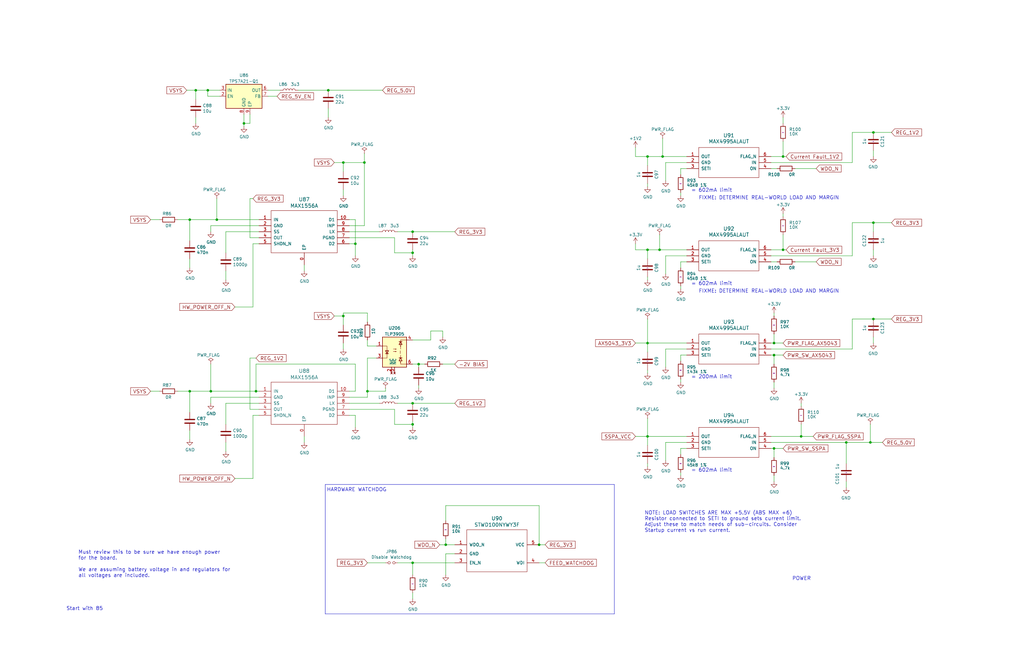
<source format=kicad_sch>
(kicad_sch (version 20230121) (generator eeschema)
  (paper "USLedger")
  (title_block (title "Radiation Tolerant PacSat Communication") (date "2023-06-17") (rev "A") (company "AMSAT-NA") (comment 1 "N5BRG"))
  (lib_symbols
    (symbol "Device:C" (pin_numbers hide) (pin_names (offset 0.254))
      (property "Reference" "C" (at 0.635 2.54 0))
      (property "Value" "C" (at 0.635 -2.54 0))
      (symbol "C_0_1"
        (polyline (pts (xy -2.032 -0.762) (xy 2.032 -0.762)) (stroke (width 0.508)))
        (polyline (pts (xy -2.032 0.762) (xy 2.032 0.762)) (stroke (width 0.508)))
      )
      (symbol "C_1_1"
        (pin passive line (at 0 3.81 270) (length 2.794) (name "~") (number "1"))
        (pin passive line (at 0 -3.81 90) (length 2.794) (name "~") (number "2"))
      )
    )
    (symbol "Device:L" (pin_numbers hide) (pin_names (offset 1.016) hide)
      (property "Reference" "L" (at -1.27 0 90))
      (property "Value" "L" (at 1.905 0 90))
      (symbol "L_0_1"
        (arc (start 0 -2.54) (mid 0.6323 -1.905) (end 0 -1.27))
        (arc (start 0 -1.27) (mid 0.6323 -0.635) (end 0 0))
        (arc (start 0 0) (mid 0.6323 0.635) (end 0 1.27))
        (arc (start 0 1.27) (mid 0.6323 1.905) (end 0 2.54))
      )
      (symbol "L_1_1"
        (pin passive line (at 0 3.81 270) (length 1.27) (name "1") (number "1"))
        (pin passive line (at 0 -3.81 90) (length 1.27) (name "2") (number "2"))
      )
    )
    (symbol "Device:R" (pin_numbers hide) (pin_names (offset 0))
      (property "Reference" "R" (at 2.032 0 90))
      (property "Value" "R" (at 0 0 90))
      (symbol "R_0_1"
        (rectangle (start -1.016 -2.54) (end 1.016 2.54) (stroke (width 0.254)))
      )
      (symbol "R_1_1"
        (pin passive line (at 0 3.81 270) (length 1.27) (name "~") (number "1"))
        (pin passive line (at 0 -3.81 90) (length 1.27) (name "~") (number "2"))
      )
    )
    (symbol "PACSAT_DEV_misc:Jumper_NO_Small" (pin_numbers hide) (pin_names (offset 0.762) hide)
      (property "Reference" "JP86" (at 0 4.699 0))
      (property "Value" "Disable Watchdog" (at 0 2.3876 0))
      (symbol "Jumper_NO_Small_0_1"
        (circle (center -1.016 0) (radius 0.508))
        (circle (center 1.016 0) (radius 0.508))
        (pin passive line (at -2.54 0 0) (length 1.016) (name "1") (number "1"))
        (pin passive line (at 2.54 0 180) (length 1.016) (name "2") (number "2"))
      )
    )
    (symbol "PACSAT_ICs:MAX1556A" (pin_names (offset 1.016))
      (property "Reference" "U87" (at 0 13.6398 0))
      (property "Value" "MAX1556A" (at 0 10.9474 0))
      (symbol "MAX1556A_0_1"
        (rectangle (start -13.97 8.89) (end 13.97 -8.89))
      )
      (symbol "MAX1556A_1_1"
        (pin power_in line (at 0 -13.97 90) (length 5.08) (name "EP") (number "0"))
        (pin power_in line (at -19.05 5.08 0) (length 5.08) (name "IN") (number "1"))
        (pin input line (at 19.05 5.08 180) (length 5.08) (name "D1") (number "10"))
        (pin power_in line (at -19.05 2.54 0) (length 5.08) (name "GND") (number "2"))
        (pin passive line (at -19.05 0 0) (length 5.08) (name "SS") (number "3"))
        (pin power_out line (at -19.05 -2.54 0) (length 5.08) (name "OUT") (number "4"))
        (pin input line (at -19.05 -5.08 0) (length 5.08) (name "SHDN_N") (number "5"))
        (pin input line (at 19.05 -5.08 180) (length 5.08) (name "D2") (number "6"))
        (pin power_in line (at 19.05 -2.54 180) (length 5.08) (name "PGND") (number "7"))
        (pin passive line (at 19.05 0 180) (length 5.08) (name "LX") (number "8"))
        (pin power_in line (at 19.05 2.54 180) (length 5.08) (name "INP") (number "9"))
      )
    )
    (symbol "PACSAT_ICs:MAX4995_1" (pin_names (offset 1.016))
      (property "Reference" "U?" (at -11.43 10.16 0))
      (property "Value" "MAX4495_1" (at -6.35 7.62 0))
      (symbol "MAX4995_1_0_1"
        (rectangle (start -12.7 6.35) (end 12.7 -6.35))
      )
      (symbol "MAX4995_1_1_1"
        (pin power_in line (at -17.78 2.54 0) (length 5.08) (name "OUT") (number "1"))
        (pin power_in line (at -17.78 0 0) (length 5.08) (name "GND") (number "2"))
        (pin passive line (at -17.78 -2.54 0) (length 5.08) (name "SETI") (number "3"))
        (pin input line (at 17.78 -2.54 180) (length 5.08) (name "ON") (number "4"))
        (pin power_in line (at 17.78 0 180) (length 5.08) (name "IN") (number "5"))
        (pin open_collector line (at 17.78 2.54 180) (length 5.08) (name "FLAG_N") (number "6"))
      )
    )
    (symbol "PACSAT_ICs:STWD100NYWY3F" (pin_names (offset 1.016))
      (property "Reference" "U90" (at 0 14.9098 0))
      (property "Value" "STWD100NYWY3F" (at 0 12.2174 0))
      (symbol "STWD100NYWY3F_0_1"
        (rectangle (start -12.7 10.16) (end 12.7 -7.62))
      )
      (symbol "STWD100NYWY3F_1_1"
        (pin open_collector line (at -17.78 3.81 0) (length 5.08) (name "WDO_N") (number "1"))
        (pin power_in line (at -17.78 0 0) (length 5.08) (name "GND") (number "2"))
        (pin input line (at -17.78 -3.81 0) (length 5.08) (name "EN_N") (number "3"))
        (pin input line (at 17.78 -3.81 180) (length 5.08) (name "WDI") (number "4"))
        (pin power_in line (at 17.78 3.81 180) (length 5.08) (name "VCC") (number "5"))
      )
    )
    (symbol "PACSAT_ICs:TLP3905" (pin_names (offset 1.016))
      (property "Reference" "U89" (at 0 10.16 0))
      (property "Value" "TLP3905" (at 0 7.62 0))
      (symbol "TLP3905_0_1"
        (rectangle (start -5.08 6.35) (end 5.08 -6.35) (stroke (width 0.254)) (fill (type background)))
        (polyline (pts (xy -3.81 -0.635) (xy -2.54 -0.635)) (stroke (width 0.254)))
        (polyline (pts (xy 1.905 4.445) (xy 3.175 4.445)) (stroke (width 0.254)))
        (polyline (pts (xy 1.9107 -2.4169) (xy 3.1807 -2.4169)) (stroke (width 0.254)))
        (polyline (pts (xy 2.4392 -0.6688) (xy 2.4392 0.6012)))
        (polyline (pts (xy 2.54 -2.54) (xy 2.54 -1.27)))
        (polyline (pts (xy 2.54 1.27) (xy 2.54 3.81)))
        (polyline (pts (xy 2.54 5.08) (xy 2.54 3.81)))
        (polyline (pts (xy 2.54 5.08) (xy 5.08 5.08)))
        (polyline (pts (xy 2.54 -3.81) (xy 2.54 -5.08) (xy 5.08 -5.08)))
        (polyline (pts (xy -5.08 2.54) (xy -3.175 2.54) (xy -3.175 -2.54) (xy -5.08 -2.54)))
        (polyline (pts (xy -3.175 -0.635) (xy -3.81 0.635) (xy -2.54 0.635) (xy -3.175 -0.635)) (stroke (width 0.254)))
        (polyline (pts (xy 2.54 4.445) (xy 1.905 3.175) (xy 3.175 3.175) (xy 2.54 4.445)) (stroke (width 0.254)))
        (polyline (pts (xy 2.5457 -2.4169) (xy 1.9107 -3.6869) (xy 3.1807 -3.6869) (xy 2.5457 -2.4169)) (stroke (width 0.254)))
        (polyline (pts (xy -0.508 0.254) (xy 0.762 0.254) (xy 0.381 0.127) (xy 0.381 0.381) (xy 0.762 0.254)))
        (polyline (pts (xy -0.508 1.27) (xy 0.762 1.27) (xy 0.381 1.143) (xy 0.381 1.397) (xy 0.762 1.27)))
        (circle (center 2.54 2.54) (radius 0.127))
        (circle (center 2.5457 -4.3219) (radius 0.127))
      )
      (symbol "TLP3905_1_1"
        (pin passive line (at -7.62 2.54 0) (length 2.54) (name "~") (number "1"))
        (pin no_connect line (at -1.27 -8.89 90) (length 2.54) (name "NC") (number "2"))
        (pin passive line (at -7.62 -2.54 0) (length 2.54) (name "~") (number "3"))
        (pin passive line (at 7.62 5.08 180) (length 2.54) (name "~") (number "4"))
        (pin no_connect line (at 0 -8.89 90) (length 2.54) (name "NC") (number "5"))
        (pin passive line (at 7.62 -5.08 180) (length 2.54) (name "~") (number "6"))
      )
    )
    (symbol "Regulator_Linear:TPS7A7001DDA"
      (property "Reference" "U" (at -6.35 6.35 0))
      (property "Value" "TPS7A7001DDA" (at 2.54 6.35 0))
      (symbol "TPS7A7001DDA_0_1"
        (rectangle (start -7.62 5.08) (end 7.62 -5.08) (stroke (width 0.254)) (fill (type background)))
      )
      (symbol "TPS7A7001DDA_1_1"
        (pin no_connect line (at -7.62 -2.54 0) (length 2.54) hide (name "NC") (number "1"))
        (pin input line (at -10.16 0 0) (length 2.54) (name "EN") (number "2"))
        (pin power_in line (at -10.16 2.54 0) (length 2.54) (name "IN") (number "3"))
        (pin no_connect line (at 7.62 -2.54 180) (length 2.54) hide (name "NC") (number "4"))
        (pin no_connect line (at -2.54 -5.08 90) (length 2.54) hide (name "NC") (number "5"))
        (pin power_out line (at 10.16 2.54 180) (length 2.54) (name "OUT") (number "6"))
        (pin input line (at 10.16 0 180) (length 2.54) (name "FB") (number "7"))
        (pin power_in line (at 0 -7.62 90) (length 2.54) (name "GND") (number "8"))
        (pin passive line (at 2.54 -7.62 90) (length 2.54) (name "EP") (number "9"))
      )
    )
    (symbol "power:+1V2" (power) (pin_names (offset 0))
      (property "Value" "+1V2" (at 0 3.556 0))
      (symbol "+1V2_0_1"
        (polyline (pts (xy -0.762 1.27) (xy 0 2.54)))
        (polyline (pts (xy 0 0) (xy 0 2.54)))
        (polyline (pts (xy 0 2.54) (xy 0.762 1.27)))
      )
      (symbol "+1V2_1_1"
        (pin power_in line (at 0 0 90) (length 0) hide (name "+1V2") (number "1"))
      )
    )
    (symbol "power:+3.3V" (power) (pin_names (offset 0))
      (property "Value" "+3.3V" (at 0 3.556 0))
      (symbol "+3.3V_0_1"
        (polyline (pts (xy -0.762 1.27) (xy 0 2.54)))
        (polyline (pts (xy 0 0) (xy 0 2.54)))
        (polyline (pts (xy 0 2.54) (xy 0.762 1.27)))
      )
      (symbol "+3.3V_1_1"
        (pin power_in line (at 0 0 90) (length 0) hide (name "+3.3V") (number "1"))
      )
    )
    (symbol "power:GND" (power) (pin_names (offset 0))
      (property "Value" "GND" (at 0 -3.81 0))
      (symbol "GND_0_1"
        (polyline (pts (xy 0 0) (xy 0 -1.27) (xy 1.27 -1.27) (xy 0 -2.54) (xy -1.27 -1.27) (xy 0 -1.27)))
      )
      (symbol "GND_1_1"
        (pin power_in line (at 0 0 270) (length 0) hide (name "GND") (number "1"))
      )
    )
    (symbol "power:PWR_FLAG" (power) (pin_numbers hide) (pin_names (offset 0) hide)
      (property "Value" "PWR_FLAG" (at 0 3.81 0))
      (symbol "PWR_FLAG_0_0"
        (pin power_out line (at 0 0 90) (length 0) (name "pwr") (number "1"))
      )
      (symbol "PWR_FLAG_0_1"
        (polyline (pts (xy 0 0) (xy 0 1.27) (xy -1.016 1.905) (xy 0 2.54) (xy 1.016 1.905) (xy 0 1.27)))
      )
    )
  )
  (junction (at 187.96 229.87))
  (junction (at 138.43 38.1))
  (junction (at 227.33 229.87))
  (junction (at 326.39 144.78))
  (junction (at 279.4 66.04))
  (junction (at 144.78 68.58))
  (junction (at 173.99 106.68))
  (junction (at 82.55 38.1))
  (junction (at 278.13 105.41))
  (junction (at 80.01 165.1))
  (junction (at 273.05 184.15))
  (junction (at 368.3 134.62))
  (junction (at 88.9 165.1))
  (junction (at 102.87 52.07))
  (junction (at 144.78 133.35))
  (junction (at 149.86 102.87))
  (junction (at 173.99 170.18))
  (junction (at 330.2 105.41))
  (junction (at 154.94 165.1))
  (junction (at 153.67 68.58))
  (junction (at 173.99 179.07))
  (junction (at 337.82 184.15))
  (junction (at 356.87 186.69))
  (junction (at 330.2 66.04))
  (junction (at 173.99 237.49))
  (junction (at 80.01 92.71))
  (junction (at 368.3 55.88))
  (junction (at 107.95 165.1))
  (junction (at 91.44 92.71))
  (junction (at 273.05 105.41))
  (junction (at 326.39 149.86))
  (junction (at 273.05 66.04))
  (junction (at 87.63 38.1))
  (junction (at 173.99 97.79))
  (junction (at 367.03 186.69))
  (junction (at 368.3 93.98))
  (junction (at 273.05 144.78))
  (junction (at 326.39 189.23))
  (junction (at 176.53 153.67))
  (wire (pts (xy 287.02 81.28) (xy 287.02 82.55)))
  (wire (pts (xy 273.05 176.53) (xy 273.05 184.15)))
  (wire (pts (xy 147.32 172.72) (xy 166.37 172.72)))
  (wire (pts (xy 186.69 153.67) (xy 191.77 153.67)))
  (wire (pts (xy 330.2 66.04) (xy 331.47 66.04)))
  (wire (pts (xy 273.05 156.21) (xy 273.05 157.48)))
  (wire (pts (xy 181.61 143.51) (xy 181.61 139.7)))
  (polyline (pts (xy 137.16 204.47) (xy 259.08 204.47)))
  (wire (pts (xy 95.25 97.79) (xy 95.25 106.68)))
  (wire (pts (xy 186.69 139.7) (xy 186.69 142.24)))
  (wire (pts (xy 359.41 107.95) (xy 359.41 93.98)))
  (wire (pts (xy 359.41 68.58) (xy 359.41 55.88)))
  (wire (pts (xy 166.37 172.72) (xy 166.37 179.07)))
  (polyline (pts (xy 259.08 259.08) (xy 137.16 259.08)))
  (wire (pts (xy 176.53 153.67) (xy 179.07 153.67)))
  (wire (pts (xy 105.41 100.33) (xy 109.22 100.33)))
  (wire (pts (xy 359.41 134.62) (xy 359.41 147.32)))
  (wire (pts (xy 273.05 184.15) (xy 289.56 184.15)))
  (wire (pts (xy 330.2 49.53) (xy 330.2 52.07)))
  (wire (pts (xy 368.3 93.98) (xy 375.92 93.98)))
  (wire (pts (xy 176.53 153.67) (xy 176.53 154.94)))
  (wire (pts (xy 95.25 114.3) (xy 95.25 118.11)))
  (wire (pts (xy 154.94 143.51) (xy 154.94 146.05)))
  (wire (pts (xy 82.55 49.53) (xy 82.55 52.07)))
  (wire (pts (xy 144.78 132.08) (xy 144.78 133.35)))
  (wire (pts (xy 337.82 170.18) (xy 337.82 171.45)))
  (wire (pts (xy 287.02 152.4) (xy 287.02 149.86)))
  (wire (pts (xy 167.64 237.49) (xy 173.99 237.49)))
  (wire (pts (xy 147.32 165.1) (xy 149.86 165.1)))
  (wire (pts (xy 185.42 229.87) (xy 187.96 229.87)))
  (wire (pts (xy 279.4 66.04) (xy 289.56 66.04)))
  (wire (pts (xy 191.77 233.68) (xy 187.96 233.68)))
  (wire (pts (xy 335.28 71.12) (xy 344.17 71.12)))
  (wire (pts (xy 187.96 229.87) (xy 191.77 229.87)))
  (wire (pts (xy 109.22 97.79) (xy 95.25 97.79)))
  (wire (pts (xy 368.3 66.04) (xy 368.3 63.5)))
  (wire (pts (xy 227.33 229.87) (xy 229.87 229.87)))
  (wire (pts (xy 63.5 92.71) (xy 67.31 92.71)))
  (wire (pts (xy 109.22 175.26) (xy 106.68 175.26)))
  (wire (pts (xy 368.3 105.41) (xy 368.3 107.95)))
  (wire (pts (xy 273.05 109.22) (xy 273.05 105.41)))
  (wire (pts (xy 92.71 40.64) (xy 87.63 40.64)))
  (wire (pts (xy 356.87 186.69) (xy 367.03 186.69)))
  (wire (pts (xy 325.12 66.04) (xy 330.2 66.04)))
  (wire (pts (xy 337.82 184.15) (xy 342.9 184.15)))
  (wire (pts (xy 287.02 191.77) (xy 287.02 189.23)))
  (wire (pts (xy 326.39 200.66) (xy 326.39 203.2)))
  (wire (pts (xy 106.68 201.93) (xy 106.68 175.26)))
  (wire (pts (xy 105.41 48.26) (xy 105.41 52.07)))
  (wire (pts (xy 144.78 80.01) (xy 144.78 82.55)))
  (wire (pts (xy 267.97 62.23) (xy 267.97 66.04)))
  (wire (pts (xy 173.99 105.41) (xy 173.99 106.68)))
  (wire (pts (xy 368.3 55.88) (xy 375.92 55.88)))
  (wire (pts (xy 102.87 52.07) (xy 102.87 53.34)))
  (wire (pts (xy 176.53 162.56) (xy 176.53 163.83)))
  (wire (pts (xy 326.39 144.78) (xy 325.12 144.78)))
  (wire (pts (xy 273.05 148.59) (xy 273.05 144.78)))
  (wire (pts (xy 278.13 105.41) (xy 289.56 105.41)))
  (wire (pts (xy 109.22 167.64) (xy 88.9 167.64)))
  (wire (pts (xy 273.05 134.62) (xy 273.05 144.78)))
  (wire (pts (xy 82.55 38.1) (xy 87.63 38.1)))
  (wire (pts (xy 167.64 97.79) (xy 173.99 97.79)))
  (wire (pts (xy 149.86 102.87) (xy 149.86 107.95)))
  (wire (pts (xy 144.78 132.08) (xy 154.94 132.08)))
  (wire (pts (xy 287.02 199.39) (xy 287.02 200.66)))
  (wire (pts (xy 273.05 69.85) (xy 273.05 66.04)))
  (wire (pts (xy 82.55 41.91) (xy 82.55 38.1)))
  (wire (pts (xy 326.39 132.08) (xy 326.39 133.35)))
  (wire (pts (xy 187.96 213.36) (xy 227.33 213.36)))
  (wire (pts (xy 368.3 134.62) (xy 375.92 134.62)))
  (wire (pts (xy 330.2 66.04) (xy 330.2 59.69)))
  (wire (pts (xy 95.25 186.69) (xy 95.25 190.5)))
  (wire (pts (xy 325.12 184.15) (xy 337.82 184.15)))
  (wire (pts (xy 144.78 72.39) (xy 144.78 68.58)))
  (wire (pts (xy 273.05 195.58) (xy 273.05 196.85)))
  (wire (pts (xy 149.86 92.71) (xy 149.86 102.87)))
  (wire (pts (xy 80.01 165.1) (xy 88.9 165.1)))
  (wire (pts (xy 173.99 143.51) (xy 181.61 143.51)))
  (wire (pts (xy 326.39 149.86) (xy 326.39 153.67)))
  (wire (pts (xy 173.99 179.07) (xy 173.99 180.34)))
  (wire (pts (xy 106.68 102.87) (xy 109.22 102.87)))
  (wire (pts (xy 356.87 195.58) (xy 356.87 186.69)))
  (wire (pts (xy 273.05 144.78) (xy 289.56 144.78)))
  (wire (pts (xy 80.01 92.71) (xy 80.01 101.6)))
  (wire (pts (xy 287.02 160.02) (xy 287.02 161.29)))
  (wire (pts (xy 144.78 144.78) (xy 144.78 147.32)))
  (wire (pts (xy 125.73 38.1) (xy 138.43 38.1)))
  (wire (pts (xy 287.02 73.66) (xy 287.02 71.12)))
  (wire (pts (xy 173.99 170.18) (xy 191.77 170.18)))
  (wire (pts (xy 153.67 95.25) (xy 153.67 68.58)))
  (wire (pts (xy 95.25 170.18) (xy 95.25 179.07)))
  (wire (pts (xy 162.56 163.83) (xy 162.56 165.1)))
  (wire (pts (xy 162.56 237.49) (xy 154.94 237.49)))
  (wire (pts (xy 87.63 38.1) (xy 92.71 38.1)))
  (wire (pts (xy 88.9 165.1) (xy 107.95 165.1)))
  (wire (pts (xy 326.39 161.29) (xy 326.39 163.83)))
  (wire (pts (xy 147.32 102.87) (xy 149.86 102.87)))
  (wire (pts (xy 173.99 250.19) (xy 173.99 252.73)))
  (wire (pts (xy 267.97 66.04) (xy 273.05 66.04)))
  (wire (pts (xy 105.41 151.13) (xy 107.95 151.13)))
  (wire (pts (xy 173.99 153.67) (xy 176.53 153.67)))
  (wire (pts (xy 287.02 110.49) (xy 289.56 110.49)))
  (wire (pts (xy 368.3 144.78) (xy 368.3 142.24)))
  (wire (pts (xy 154.94 151.13) (xy 154.94 165.1)))
  (wire (pts (xy 102.87 48.26) (xy 102.87 52.07)))
  (wire (pts (xy 167.64 170.18) (xy 173.99 170.18)))
  (wire (pts (xy 113.03 38.1) (xy 118.11 38.1)))
  (wire (pts (xy 330.2 105.41) (xy 331.47 105.41)))
  (wire (pts (xy 107.95 153.67) (xy 107.95 165.1)))
  (wire (pts (xy 138.43 45.72) (xy 138.43 49.53)))
  (wire (pts (xy 87.63 40.64) (xy 87.63 38.1)))
  (wire (pts (xy 289.56 68.58) (xy 280.67 68.58)))
  (wire (pts (xy 273.05 105.41) (xy 278.13 105.41)))
  (wire (pts (xy 128.27 184.15) (xy 128.27 186.69)))
  (wire (pts (xy 173.99 177.8) (xy 173.99 179.07)))
  (wire (pts (xy 106.68 129.54) (xy 106.68 102.87)))
  (wire (pts (xy 267.97 184.15) (xy 273.05 184.15)))
  (wire (pts (xy 149.86 175.26) (xy 149.86 180.34)))
  (wire (pts (xy 80.01 109.22) (xy 80.01 113.03)))
  (wire (pts (xy 74.93 165.1) (xy 80.01 165.1)))
  (wire (pts (xy 287.02 71.12) (xy 289.56 71.12)))
  (wire (pts (xy 359.41 93.98) (xy 368.3 93.98)))
  (wire (pts (xy 154.94 146.05) (xy 158.75 146.05)))
  (wire (pts (xy 88.9 95.25) (xy 88.9 97.79)))
  (wire (pts (xy 368.3 93.98) (xy 368.3 97.79)))
  (wire (pts (xy 173.99 106.68) (xy 173.99 107.95)))
  (wire (pts (xy 147.32 97.79) (xy 160.02 97.79)))
  (wire (pts (xy 287.02 120.65) (xy 287.02 121.92)))
  (wire (pts (xy 273.05 66.04) (xy 279.4 66.04)))
  (wire (pts (xy 367.03 186.69) (xy 372.11 186.69)))
  (wire (pts (xy 287.02 189.23) (xy 289.56 189.23)))
  (wire (pts (xy 330.2 105.41) (xy 330.2 99.06)))
  (polyline (pts (xy 137.16 259.08) (xy 137.16 204.47)))
  (wire (pts (xy 359.41 147.32) (xy 325.12 147.32)))
  (wire (pts (xy 173.99 237.49) (xy 173.99 242.57)))
  (wire (pts (xy 105.41 83.82) (xy 106.68 83.82)))
  (wire (pts (xy 273.05 187.96) (xy 273.05 184.15)))
  (wire (pts (xy 109.22 170.18) (xy 95.25 170.18)))
  (wire (pts (xy 166.37 106.68) (xy 173.99 106.68)))
  (wire (pts (xy 80.01 92.71) (xy 91.44 92.71)))
  (wire (pts (xy 227.33 237.49) (xy 229.87 237.49)))
  (wire (pts (xy 326.39 149.86) (xy 330.2 149.86)))
  (wire (pts (xy 325.12 149.86) (xy 326.39 149.86)))
  (wire (pts (xy 91.44 92.71) (xy 109.22 92.71)))
  (wire (pts (xy 325.12 71.12) (xy 327.66 71.12)))
  (wire (pts (xy 105.41 83.82) (xy 105.41 100.33)))
  (wire (pts (xy 147.32 95.25) (xy 153.67 95.25)))
  (wire (pts (xy 335.28 110.49) (xy 344.17 110.49)))
  (wire (pts (xy 267.97 144.78) (xy 273.05 144.78)))
  (wire (pts (xy 147.32 170.18) (xy 160.02 170.18)))
  (wire (pts (xy 267.97 105.41) (xy 273.05 105.41)))
  (wire (pts (xy 367.03 179.07) (xy 367.03 186.69)))
  (wire (pts (xy 88.9 153.67) (xy 88.9 165.1)))
  (wire (pts (xy 325.12 105.41) (xy 330.2 105.41)))
  (wire (pts (xy 166.37 100.33) (xy 166.37 106.68)))
  (wire (pts (xy 273.05 77.47) (xy 273.05 78.74)))
  (wire (pts (xy 88.9 167.64) (xy 88.9 170.18)))
  (wire (pts (xy 330.2 90.17) (xy 330.2 91.44)))
  (wire (pts (xy 109.22 95.25) (xy 88.9 95.25)))
  (wire (pts (xy 280.67 147.32) (xy 280.67 154.94)))
  (wire (pts (xy 289.56 107.95) (xy 280.67 107.95)))
  (wire (pts (xy 267.97 102.87) (xy 267.97 105.41)))
  (wire (pts (xy 138.43 38.1) (xy 161.29 38.1)))
  (wire (pts (xy 144.78 68.58) (xy 140.97 68.58)))
  (wire (pts (xy 154.94 165.1) (xy 154.94 167.64)))
  (wire (pts (xy 359.41 134.62) (xy 368.3 134.62)))
  (wire (pts (xy 105.41 172.72) (xy 105.41 151.13)))
  (wire (pts (xy 325.12 189.23) (xy 326.39 189.23)))
  (wire (pts (xy 325.12 110.49) (xy 327.66 110.49)))
  (wire (pts (xy 173.99 97.79) (xy 191.77 97.79)))
  (polyline (pts (xy 259.08 204.47) (xy 259.08 259.08)))
  (wire (pts (xy 326.39 193.04) (xy 326.39 189.23)))
  (wire (pts (xy 289.56 186.69) (xy 280.67 186.69)))
  (wire (pts (xy 273.05 116.84) (xy 273.05 118.11)))
  (wire (pts (xy 287.02 149.86) (xy 289.56 149.86)))
  (wire (pts (xy 99.06 129.54) (xy 106.68 129.54)))
  (wire (pts (xy 187.96 227.33) (xy 187.96 229.87)))
  (wire (pts (xy 326.39 140.97) (xy 326.39 144.78)))
  (wire (pts (xy 173.99 237.49) (xy 191.77 237.49)))
  (wire (pts (xy 147.32 92.71) (xy 149.86 92.71)))
  (wire (pts (xy 113.03 40.64) (xy 116.84 40.64)))
  (wire (pts (xy 153.67 68.58) (xy 144.78 68.58)))
  (wire (pts (xy 109.22 172.72) (xy 105.41 172.72)))
  (wire (pts (xy 181.61 139.7) (xy 186.69 139.7)))
  (wire (pts (xy 325.12 186.69) (xy 356.87 186.69)))
  (wire (pts (xy 359.41 55.88) (xy 368.3 55.88)))
  (wire (pts (xy 166.37 179.07) (xy 173.99 179.07)))
  (wire (pts (xy 289.56 147.32) (xy 280.67 147.32)))
  (wire (pts (xy 187.96 219.71) (xy 187.96 213.36)))
  (wire (pts (xy 356.87 205.74) (xy 356.87 203.2)))
  (wire (pts (xy 325.12 107.95) (xy 359.41 107.95)))
  (wire (pts (xy 144.78 133.35) (xy 140.97 133.35)))
  (wire (pts (xy 147.32 167.64) (xy 154.94 167.64)))
  (wire (pts (xy 102.87 52.07) (xy 105.41 52.07)))
  (wire (pts (xy 330.2 144.78) (xy 326.39 144.78)))
  (wire (pts (xy 287.02 113.03) (xy 287.02 110.49)))
  (wire (pts (xy 154.94 132.08) (xy 154.94 135.89)))
  (wire (pts (xy 326.39 189.23) (xy 330.2 189.23)))
  (wire (pts (xy 337.82 179.07) (xy 337.82 184.15)))
  (wire (pts (xy 80.01 165.1) (xy 80.01 173.99)))
  (wire (pts (xy 153.67 64.77) (xy 153.67 68.58)))
  (wire (pts (xy 147.32 175.26) (xy 149.86 175.26)))
  (wire (pts (xy 149.86 153.67) (xy 107.95 153.67)))
  (wire (pts (xy 128.27 111.76) (xy 128.27 114.3)))
  (wire (pts (xy 278.13 99.06) (xy 278.13 105.41)))
  (wire (pts (xy 144.78 137.16) (xy 144.78 133.35)))
  (wire (pts (xy 280.67 186.69) (xy 280.67 194.31)))
  (wire (pts (xy 280.67 68.58) (xy 280.67 76.2)))
  (wire (pts (xy 74.93 92.71) (xy 80.01 92.71)))
  (wire (pts (xy 158.75 151.13) (xy 154.94 151.13)))
  (wire (pts (xy 149.86 165.1) (xy 149.86 153.67)))
  (wire (pts (xy 91.44 83.82) (xy 91.44 92.71)))
  (wire (pts (xy 187.96 233.68) (xy 187.96 242.57)))
  (wire (pts (xy 279.4 58.42) (xy 279.4 66.04)))
  (wire (pts (xy 325.12 68.58) (xy 359.41 68.58)))
  (wire (pts (xy 147.32 100.33) (xy 166.37 100.33)))
  (wire (pts (xy 82.55 38.1) (xy 78.74 38.1)))
  (wire (pts (xy 63.5 165.1) (xy 67.31 165.1)))
  (wire (pts (xy 107.95 165.1) (xy 109.22 165.1)))
  (wire (pts (xy 227.33 213.36) (xy 227.33 229.87)))
  (wire (pts (xy 80.01 181.61) (xy 80.01 185.42)))
  (wire (pts (xy 154.94 165.1) (xy 162.56 165.1)))
  (wire (pts (xy 99.06 201.93) (xy 106.68 201.93)))
  (wire (pts (xy 280.67 107.95) (xy 280.67 115.57)))
  (text "= 200mA limit" (at 291.465 160.02 0) (effects (font (size 1.524 1.524)) (justify left bottom)))
  (text "Must review this to be sure we have enough power\nfor the board.\n\nWe are assuming battery voltage in and regulators for\nall voltages are included." (at 33.02 243.84 0) (effects (font (size 1.524 1.524)) (justify left bottom)))
  (text "FIXME: DETERMINE REAL-WORLD LOAD AND MARGIN" (at 294.64 84.455 0) (effects (font (size 1.524 1.524)) (justify left bottom)))
  (text "Start with 85" (at 27.94 257.81 0) (effects (font (size 1.524 1.524)) (justify left bottom)))
  (text "NOTE: LOAD SWITCHES ARE MAX +5.5V (ABS MAX +6)\nResistor connected to SETI to ground sets current limit.\nAdjust these to match needs of sub-circuits. Consider\nStartup current vs run current.\n" (at 271.78 224.79 0) (effects (font (size 1.524 1.524)) (justify left bottom)))
  (text "HARDWARE WATCHDOG" (at 137.795 207.645 0) (effects (font (size 1.524 1.524)) (justify left bottom)))
  (text "FIXME: DETERMINE REAL-WORLD LOAD AND MARGIN" (at 294.64 123.825 0) (effects (font (size 1.524 1.524)) (justify left bottom)))
  (text "= 602mA limit" (at 291.465 120.65 0) (effects (font (size 1.524 1.524)) (justify left bottom)))
  (text "= 602mA limit" (at 291.465 81.28 0) (effects (font (size 1.524 1.524)) (justify left bottom)))
  (text "POWER" (at 334.01 245.11 0) (effects (font (size 1.524 1.524)) (justify left bottom)))
  (text "= 602mA limit" (at 291.465 199.39 0) (effects (font (size 1.524 1.524)) (justify left bottom)))
  (global_label "HW_POWER_OFF_N" (shape input) (at 99.06 201.93 180) (effects (font (size 1.524 1.524))) (property "Intersheetrefs" "${INTERSHEET_REFS}" (effects hide)))
  (global_label "HW_POWER_OFF_N" (shape input) (at 99.06 129.54 180) (effects (font (size 1.524 1.524))) (property "Intersheetrefs" "${INTERSHEET_REFS}" (effects hide)))
  (global_label "PWR_FLAG_AX5043" (shape input) (at 330.2 144.78 0) (effects (font (size 1.524 1.524))) (property "Intersheetrefs" "${INTERSHEET_REFS}" (effects hide)))
  (global_label "-2V BIAS" (shape input) (at 191.77 153.67 0) (effects (font (size 1.524 1.524))) (property "Intersheetrefs" "${INTERSHEET_REFS}" (effects hide)))
  (global_label "VSYS" (shape input) (at 140.97 68.58 180) (effects (font (size 1.524 1.524))) (property "Intersheetrefs" "${INTERSHEET_REFS}" (effects hide)))
  (global_label "WDO_N" (shape input) (at 344.17 110.49 0) (effects (font (size 1.524 1.524))) (property "Intersheetrefs" "${INTERSHEET_REFS}" (effects hide)))
  (global_label "WDO_N" (shape input) (at 185.42 229.87 180) (effects (font (size 1.524 1.524))) (property "Intersheetrefs" "${INTERSHEET_REFS}" (effects hide)))
  (global_label "VSYS" (shape input) (at 63.5 165.1 180) (effects (font (size 1.524 1.524))) (property "Intersheetrefs" "${INTERSHEET_REFS}" (effects hide)))
  (global_label "REG_3V3" (shape input) (at 154.94 237.49 180) (effects (font (size 1.524 1.524))) (property "Intersheetrefs" "${INTERSHEET_REFS}" (effects hide)))
  (global_label "PWR_SW_SSPA" (shape input) (at 330.2 189.23 0) (effects (font (size 1.524 1.524))) (property "Intersheetrefs" "${INTERSHEET_REFS}" (effects hide)))
  (global_label "REG_1V2" (shape input) (at 107.95 151.13 0) (effects (font (size 1.524 1.524))) (property "Intersheetrefs" "${INTERSHEET_REFS}" (effects hide)))
  (global_label "REG_3V3" (shape input) (at 191.77 97.79 0) (effects (font (size 1.524 1.524))) (property "Intersheetrefs" "${INTERSHEET_REFS}" (effects hide)))
  (global_label "WDO_N" (shape input) (at 344.17 71.12 0) (effects (font (size 1.524 1.524))) (property "Intersheetrefs" "${INTERSHEET_REFS}" (effects hide)))
  (global_label "REG_1V2" (shape input) (at 191.77 170.18 0) (effects (font (size 1.524 1.524))) (property "Intersheetrefs" "${INTERSHEET_REFS}" (effects hide)))
  (global_label "VSYS" (shape input) (at 63.5 92.71 180) (effects (font (size 1.524 1.524))) (property "Intersheetrefs" "${INTERSHEET_REFS}" (effects hide)))
  (global_label "Current Fault_1V2" (shape input) (at 331.47 66.04 0) (effects (font (size 1.524 1.524))) (property "Intersheetrefs" "${INTERSHEET_REFS}" (effects hide)))
  (global_label "SSPA_VCC" (shape input) (at 267.97 184.15 180) (effects (font (size 1.524 1.524))) (property "Intersheetrefs" "${INTERSHEET_REFS}" (effects hide)))
  (global_label "REG_3V3" (shape input) (at 229.87 229.87 0) (effects (font (size 1.524 1.524))) (property "Intersheetrefs" "${INTERSHEET_REFS}" (effects hide)))
  (global_label "PWR_FLAG_SSPA" (shape input) (at 342.9 184.15 0) (effects (font (size 1.524 1.524))) (property "Intersheetrefs" "${INTERSHEET_REFS}" (effects hide)))
  (global_label "AX5043_3V3" (shape input) (at 267.97 144.78 180) (effects (font (size 1.524 1.524))) (property "Intersheetrefs" "${INTERSHEET_REFS}" (effects hide)))
  (global_label "REG_5V_EN" (shape input) (at 116.84 40.64 0) (effects (font (size 1.524 1.524))) (property "Intersheetrefs" "${INTERSHEET_REFS}" (effects hide)))
  (global_label "REG_3V3" (shape input) (at 106.68 83.82 0) (effects (font (size 1.524 1.524))) (property "Intersheetrefs" "${INTERSHEET_REFS}" (effects hide)))
  (global_label "VSYS" (shape input) (at 78.74 38.1 180) (effects (font (size 1.524 1.524))) (property "Intersheetrefs" "${INTERSHEET_REFS}" (effects hide)))
  (global_label "Current Fault_3V3" (shape input) (at 331.47 105.41 0) (effects (font (size 1.524 1.524))) (property "Intersheetrefs" "${INTERSHEET_REFS}" (effects hide)))
  (global_label "REG_1V2" (shape input) (at 375.92 55.88 0) (effects (font (size 1.524 1.524))) (property "Intersheetrefs" "${INTERSHEET_REFS}" (effects hide)))
  (global_label "PWR_SW_AX5043" (shape input) (at 330.2 149.86 0) (effects (font (size 1.524 1.524))) (property "Intersheetrefs" "${INTERSHEET_REFS}" (effects hide)))
  (global_label "REG_3V3" (shape input) (at 375.92 134.62 0) (effects (font (size 1.524 1.524))) (property "Intersheetrefs" "${INTERSHEET_REFS}" (effects hide)))
  (global_label "FEED_WATCHDOG" (shape input) (at 229.87 237.49 0) (effects (font (size 1.524 1.524))) (property "Intersheetrefs" "${INTERSHEET_REFS}" (effects hide)))
  (global_label "VSYS" (shape input) (at 140.97 133.35 180) (effects (font (size 1.524 1.524))) (property "Intersheetrefs" "${INTERSHEET_REFS}" (effects hide)))
  (global_label "REG_3V3" (shape input) (at 375.92 93.98 0) (effects (font (size 1.524 1.524))) (property "Intersheetrefs" "${INTERSHEET_REFS}" (effects hide)))
  (global_label "REG_5.0V" (shape input) (at 372.11 186.69 0) (effects (font (size 1.524 1.524))) (property "Intersheetrefs" "${INTERSHEET_REFS}" (effects hide)))
  (global_label "REG_5.0V" (shape input) (at 161.29 38.1 0) (effects (font (size 1.524 1.524))) (property "Intersheetrefs" "${INTERSHEET_REFS}" (effects hide)))
  (symbol (lib_id "Device:L") (at 163.83 97.79 90) (unit 1)
    (property "Reference" "L87" (at 161.29 95.25 90))
    (property "Value" "3u3" (at 166.37 95.25 90))
    (property "Footprint" "Inductor_SMD:L_1210_3225Metric_Pad1.42x2.65mm_HandSolder" (effects hide))
  )
  (symbol (lib_id "Device:C") (at 173.99 101.6 0) (unit 1)
    (property "Reference" "C94" (at 176.911 100.4316 0) (effects (justify left)))
    (property "Value" "22u" (at 176.911 102.743 0) (effects (justify left)))
    (property "Footprint" "Capacitor_SMD:C_2220_5650Metric_Pad1.97x5.40mm_HandSolder" (effects hide))
  )
  (symbol (lib_id "Device:C") (at 80.01 105.41 0) (unit 1)
    (property "Reference" "C86" (at 82.931 104.2416 0) (effects (justify left)))
    (property "Value" "470n" (at 82.931 106.553 0) (effects (justify left)))
    (property "Footprint" "Capacitor_SMD:C_0603_1608Metric_Pad1.08x0.95mm_HandSolder" (effects hide))
  )
  (symbol (lib_id "power:GND") (at 80.01 113.03 0) (unit 1)
    (property "Reference" "#PWR088" (effects hide))
    (property "Value" "GND" (at 80.137 117.4242 0))
  )
  (symbol (lib_id "Device:C") (at 144.78 76.2 0) (unit 1)
    (property "Reference" "C92" (at 147.701 75.0316 0) (effects (justify left)))
    (property "Value" "10u" (at 147.701 77.343 0) (effects (justify left)))
    (property "Footprint" "Capacitor_SMD:C_0603_1608Metric_Pad1.08x0.95mm_HandSolder" (effects hide))
  )
  (symbol (lib_id "power:GND") (at 144.78 82.55 0) (unit 1)
    (property "Reference" "#PWR0111" (effects hide))
    (property "Value" "GND" (at 144.907 86.9442 0))
  )
  (symbol (lib_id "power:GND") (at 173.99 107.95 0) (unit 1)
    (property "Reference" "#PWR0115" (effects hide))
    (property "Value" "GND" (at 174.117 112.3442 0))
  )
  (symbol (lib_id "power:GND") (at 280.67 154.94 0) (unit 1)
    (property "Reference" "#PWR0135" (effects hide))
    (property "Value" "GND" (at 280.797 159.3342 0))
  )
  (symbol (lib_id "Device:C") (at 368.3 138.43 0) (mirror y) (unit 1)
    (property "Reference" "C123" (at 372.11 138.43 90))
    (property "Value" "1u" (at 364.49 138.43 90))
    (property "Footprint" "Capacitor_SMD:C_0805_2012Metric_Pad1.18x1.45mm_HandSolder" (effects hide))
    (property "Datasheet" "~" (at 368.3 138.43 0))
  )
  (symbol (lib_id "power:GND") (at 368.3 144.78 0) (mirror y) (unit 1)
    (property "Reference" "#PWR0190" (effects hide))
    (property "Value" "GND" (at 368.173 149.1742 0))
  )
  (symbol (lib_id "power:GND") (at 356.87 205.74 0) (mirror y) (unit 1)
    (property "Reference" "#PWR0187" (effects hide))
    (property "Value" "GND" (at 356.743 210.1342 0))
  )
  (symbol (lib_id "Device:C") (at 356.87 199.39 0) (mirror y) (unit 1)
    (property "Reference" "C101" (at 353.06 201.93 90))
    (property "Value" "1u" (at 353.06 196.85 90))
    (property "Footprint" "Capacitor_SMD:C_0805_2012Metric_Pad1.18x1.45mm_HandSolder" (effects hide))
    (property "Datasheet" "~" (at 356.87 199.39 0))
  )
  (symbol (lib_id "PACSAT_ICs:MAX1556A") (at 128.27 97.79 0) (unit 1)
    (property "Reference" "U87" (at 128.27 84.1502 0) (effects (font (size 1.524 1.524))))
    (property "Value" "MAX1556A" (at 128.27 86.8426 0) (effects (font (size 1.524 1.524))))
    (property "Footprint" "PacSatDev_maxim:TDFN_T1033_1" (effects hide))
  )
  (symbol (lib_id "Device:R") (at 71.12 92.71 90) (unit 1)
    (property "Reference" "R86" (at 72.39 90.17 90) (effects (justify left)))
    (property "Value" "0R" (at 72.39 95.25 90) (effects (justify left)))
    (property "Footprint" "Resistor_SMD:R_0603_1608Metric_Pad0.98x0.95mm_HandSolder" (effects hide))
  )
  (symbol (lib_id "Device:C") (at 95.25 110.49 0) (unit 1)
    (property "Reference" "C89" (at 98.171 109.3216 0) (effects (justify left)))
    (property "Value" "1000p" (at 98.171 111.633 0) (effects (justify left)))
    (property "Footprint" "Capacitor_SMD:C_0603_1608Metric_Pad1.08x0.95mm_HandSolder" (effects hide))
  )
  (symbol (lib_id "power:GND") (at 95.25 118.11 0) (unit 1)
    (property "Reference" "#PWR098" (effects hide))
    (property "Value" "GND" (at 95.377 122.5042 0))
  )
  (symbol (lib_id "power:GND") (at 88.9 97.79 0) (unit 1)
    (property "Reference" "#PWR096" (effects hide))
    (property "Value" "GND" (at 89.027 102.1842 0))
  )
  (symbol (lib_id "power:GND") (at 128.27 114.3 0) (unit 1)
    (property "Reference" "#PWR0108" (effects hide))
    (property "Value" "GND" (at 128.397 118.6942 0))
  )
  (symbol (lib_id "power:GND") (at 149.86 107.95 0) (unit 1)
    (property "Reference" "#PWR0113" (effects hide))
    (property "Value" "GND" (at 149.987 112.3442 0))
  )
  (symbol (lib_id "Device:L") (at 163.83 170.18 90) (unit 1)
    (property "Reference" "L88" (at 161.29 167.64 90))
    (property "Value" "3u3" (at 166.37 167.64 90))
    (property "Footprint" "Inductor_SMD:L_1210_3225Metric_Pad1.42x2.65mm_HandSolder" (effects hide))
  )
  (symbol (lib_id "Device:C") (at 173.99 173.99 0) (unit 1)
    (property "Reference" "C95" (at 176.911 172.8216 0) (effects (justify left)))
    (property "Value" "22u" (at 176.911 175.133 0) (effects (justify left)))
    (property "Footprint" "Capacitor_SMD:C_2220_5650Metric_Pad1.97x5.40mm_HandSolder" (effects hide))
  )
  (symbol (lib_id "Device:C") (at 80.01 177.8 0) (unit 1)
    (property "Reference" "C87" (at 82.931 176.6316 0) (effects (justify left)))
    (property "Value" "470n" (at 82.931 178.943 0) (effects (justify left)))
    (property "Footprint" "Capacitor_SMD:C_0603_1608Metric_Pad1.08x0.95mm_HandSolder" (effects hide))
  )
  (symbol (lib_id "power:GND") (at 80.01 185.42 0) (unit 1)
    (property "Reference" "#PWR092" (effects hide))
    (property "Value" "GND" (at 80.137 189.8142 0))
  )
  (symbol (lib_id "Device:C") (at 144.78 140.97 0) (unit 1)
    (property "Reference" "C93" (at 147.701 139.8016 0) (effects (justify left)))
    (property "Value" "10u" (at 147.701 142.113 0) (effects (justify left)))
    (property "Footprint" "Capacitor_SMD:C_2220_5650Metric_Pad1.97x5.40mm_HandSolder" (effects hide))
  )
  (symbol (lib_id "power:GND") (at 144.78 147.32 0) (unit 1)
    (property "Reference" "#PWR0112" (effects hide))
    (property "Value" "GND" (at 144.907 151.7142 0))
  )
  (symbol (lib_id "power:GND") (at 173.99 180.34 0) (unit 1)
    (property "Reference" "#PWR0116" (effects hide))
    (property "Value" "GND" (at 174.117 184.7342 0))
  )
  (symbol (lib_id "PACSAT_ICs:MAX1556A") (at 128.27 170.18 0) (unit 1)
    (property "Reference" "U88" (at 128.27 156.5402 0) (effects (font (size 1.524 1.524))))
    (property "Value" "MAX1556A" (at 128.27 159.2326 0) (effects (font (size 1.524 1.524))))
    (property "Footprint" "PacSatDev_maxim:TDFN_T1033_1" (effects hide))
  )
  (symbol (lib_id "Device:R") (at 71.12 165.1 90) (unit 1)
    (property "Reference" "R87" (at 72.39 162.56 90) (effects (justify left)))
    (property "Value" "0R" (at 72.39 167.64 90) (effects (justify left)))
    (property "Footprint" "Resistor_SMD:R_0603_1608Metric_Pad0.98x0.95mm_HandSolder" (effects hide))
  )
  (symbol (lib_id "Device:C") (at 95.25 182.88 0) (unit 1)
    (property "Reference" "C90" (at 98.171 181.7116 0) (effects (justify left)))
    (property "Value" "1000p" (at 98.171 184.023 0) (effects (justify left)))
    (property "Footprint" "Capacitor_SMD:C_0603_1608Metric_Pad1.08x0.95mm_HandSolder" (effects hide))
  )
  (symbol (lib_id "power:GND") (at 95.25 190.5 0) (unit 1)
    (property "Reference" "#PWR099" (effects hide))
    (property "Value" "GND" (at 95.377 194.8942 0))
  )
  (symbol (lib_id "power:GND") (at 88.9 170.18 0) (unit 1)
    (property "Reference" "#PWR097" (effects hide))
    (property "Value" "GND" (at 89.027 174.5742 0))
  )
  (symbol (lib_id "power:GND") (at 128.27 186.69 0) (unit 1)
    (property "Reference" "#PWR0109" (effects hide))
    (property "Value" "GND" (at 128.397 191.0842 0))
  )
  (symbol (lib_id "power:GND") (at 149.86 180.34 0) (unit 1)
    (property "Reference" "#PWR0114" (effects hide))
    (property "Value" "GND" (at 149.987 184.7342 0))
  )
  (symbol (lib_id "Device:R") (at 287.02 156.21 0) (unit 1)
    (property "Reference" "R95" (at 289.56 154.94 0) (effects (justify left)))
    (property "Value" "143k 1%" (at 289.56 156.845 0) (effects (justify left)))
    (property "Footprint" "Resistor_SMD:R_0603_1608Metric_Pad0.98x0.95mm_HandSolder" (effects hide))
    (property "Datasheet" "~" (at 287.02 156.21 0))
  )
  (symbol (lib_id "power:GND") (at 287.02 161.29 0) (unit 1)
    (property "Reference" "#PWR0139" (effects hide))
    (property "Value" "GND" (at 287.147 165.6842 0))
  )
  (symbol (lib_id "power:GND") (at 280.67 194.31 0) (unit 1)
    (property "Reference" "#PWR0136" (effects hide))
    (property "Value" "GND" (at 280.797 198.7042 0))
  )
  (symbol (lib_id "Device:R") (at 287.02 195.58 0) (unit 1)
    (property "Reference" "R96" (at 289.56 194.31 0) (effects (justify left)))
    (property "Value" "45k8 1%" (at 289.56 196.215 0) (effects (justify left)))
    (property "Footprint" "Resistor_SMD:R_0603_1608Metric_Pad0.98x0.95mm_HandSolder" (effects hide))
    (property "Datasheet" "~" (at 287.02 195.58 0))
  )
  (symbol (lib_id "power:GND") (at 287.02 200.66 0) (unit 1)
    (property "Reference" "#PWR0162" (effects hide))
    (property "Value" "GND" (at 287.147 205.0542 0))
  )
  (symbol (lib_id "Device:C") (at 273.05 152.4 0) (mirror y) (unit 1)
    (property "Reference" "C99" (at 276.86 152.4 90))
    (property "Value" "1u" (at 269.24 152.4 90))
    (property "Footprint" "Capacitor_SMD:C_0805_2012Metric_Pad1.18x1.45mm_HandSolder" (effects hide))
    (property "Datasheet" "~" (at 273.05 152.4 0))
  )
  (symbol (lib_id "power:GND") (at 273.05 157.48 0) (unit 1)
    (property "Reference" "#PWR0131" (effects hide))
    (property "Value" "GND" (at 273.177 161.8742 0))
  )
  (symbol (lib_id "Device:C") (at 273.05 191.77 0) (mirror y) (unit 1)
    (property "Reference" "C100" (at 276.86 191.77 90))
    (property "Value" "1u" (at 269.24 191.77 90))
    (property "Footprint" "Capacitor_SMD:C_0805_2012Metric_Pad1.18x1.45mm_HandSolder" (effects hide))
    (property "Datasheet" "~" (at 273.05 191.77 0))
  )
  (symbol (lib_id "power:GND") (at 273.05 196.85 0) (unit 1)
    (property "Reference" "#PWR0132" (effects hide))
    (property "Value" "GND" (at 273.177 201.2442 0))
  )
  (symbol (lib_id "power:GND") (at 280.67 115.57 0) (unit 1)
    (property "Reference" "#PWR0134" (effects hide))
    (property "Value" "GND" (at 280.797 119.9642 0))
  )
  (symbol (lib_id "Device:C") (at 368.3 101.6 0) (mirror x) (unit 1)
    (property "Reference" "C122" (at 364.49 101.6 90))
    (property "Value" "1u" (at 372.11 101.6 90))
    (property "Footprint" "Capacitor_SMD:C_0805_2012Metric_Pad1.18x1.45mm_HandSolder" (effects hide))
    (property "Datasheet" "~" (at 368.3 101.6 0))
  )
  (symbol (lib_id "power:GND") (at 368.3 107.95 0) (mirror y) (unit 1)
    (property "Reference" "#PWR0189" (effects hide))
    (property "Value" "GND" (at 368.173 112.3442 0))
  )
  (symbol (lib_id "Device:C") (at 273.05 113.03 0) (mirror y) (unit 1)
    (property "Reference" "C98" (at 276.86 113.03 90))
    (property "Value" "1u" (at 269.24 113.03 90))
    (property "Footprint" "Capacitor_SMD:C_0805_2012Metric_Pad1.18x1.45mm_HandSolder" (effects hide))
    (property "Datasheet" "~" (at 273.05 113.03 0))
  )
  (symbol (lib_id "power:GND") (at 273.05 118.11 0) (unit 1)
    (property "Reference" "#PWR0130" (effects hide))
    (property "Value" "GND" (at 273.177 122.5042 0))
  )
  (symbol (lib_id "Device:R") (at 287.02 116.84 0) (unit 1)
    (property "Reference" "R94" (at 289.56 115.57 0) (effects (justify left)))
    (property "Value" "45k8 1%" (at 289.56 117.475 0) (effects (justify left)))
    (property "Footprint" "Resistor_SMD:R_0603_1608Metric_Pad0.98x0.95mm_HandSolder" (effects hide))
    (property "Datasheet" "~" (at 287.02 116.84 0))
  )
  (symbol (lib_id "power:GND") (at 287.02 121.92 0) (unit 1)
    (property "Reference" "#PWR0138" (effects hide))
    (property "Value" "GND" (at 287.147 126.3142 0))
  )
  (symbol (lib_id "power:GND") (at 280.67 76.2 0) (unit 1)
    (property "Reference" "#PWR0133" (effects hide))
    (property "Value" "GND" (at 280.797 80.5942 0))
  )
  (symbol (lib_id "Device:C") (at 368.3 59.69 0) (mirror y) (unit 1)
    (property "Reference" "C121" (at 372.11 59.69 90))
    (property "Value" "1u" (at 364.49 59.69 90))
    (property "Footprint" "Capacitor_SMD:C_0805_2012Metric_Pad1.18x1.45mm_HandSolder" (effects hide))
    (property "Datasheet" "~" (at 368.3 59.69 0))
  )
  (symbol (lib_id "power:GND") (at 368.3 66.04 0) (mirror y) (unit 1)
    (property "Reference" "#PWR0188" (effects hide))
    (property "Value" "GND" (at 368.173 70.4342 0))
  )
  (symbol (lib_id "Device:C") (at 273.05 73.66 0) (mirror y) (unit 1)
    (property "Reference" "C97" (at 276.86 73.66 90))
    (property "Value" "1u" (at 269.24 73.66 90))
    (property "Footprint" "Capacitor_SMD:C_0805_2012Metric_Pad1.18x1.45mm_HandSolder" (effects hide))
    (property "Datasheet" "~" (at 273.05 73.66 0))
  )
  (symbol (lib_id "power:GND") (at 273.05 78.74 0) (unit 1)
    (property "Reference" "#PWR0129" (effects hide))
    (property "Value" "GND" (at 273.177 83.1342 0))
  )
  (symbol (lib_id "Device:R") (at 287.02 77.47 0) (unit 1)
    (property "Reference" "R93" (at 289.56 76.2 0) (effects (justify left)))
    (property "Value" "45k8 1%" (at 289.56 78.105 0) (effects (justify left)))
    (property "Footprint" "Resistor_SMD:R_0603_1608Metric_Pad0.98x0.95mm_HandSolder" (effects hide))
    (property "Datasheet" "~" (at 287.02 77.47 0))
  )
  (symbol (lib_id "power:GND") (at 287.02 82.55 0) (unit 1)
    (property "Reference" "#PWR0137" (effects hide))
    (property "Value" "GND" (at 287.147 86.9442 0))
  )
  (symbol (lib_id "PACSAT_ICs:STWD100NYWY3F") (at 209.55 233.68 0) (unit 1)
    (property "Reference" "U90" (at 209.55 218.7702 0) (effects (font (size 1.524 1.524))))
    (property "Value" "STWD100NYWY3F" (at 209.55 221.4626 0) (effects (font (size 1.524 1.524))))
    (property "Footprint" "Package_TO_SOT_SMD:SOT-23-5" (effects hide))
  )
  (symbol (lib_id "power:GND") (at 187.96 242.57 0) (unit 1)
    (property "Reference" "#PWR0119" (effects hide))
    (property "Value" "GND" (at 188.087 246.9642 0))
  )
  (symbol (lib_id "Device:R") (at 187.96 223.52 0) (unit 1)
    (property "Reference" "R91" (at 190.5 222.25 0) (effects (justify left)))
    (property "Value" "10k" (at 190.5 224.155 0) (effects (justify left)))
    (property "Footprint" "Resistor_SMD:R_0603_1608Metric_Pad0.98x0.95mm_HandSolder" (effects hide))
    (property "Datasheet" "~" (at 187.96 223.52 0))
  )
  (symbol (lib_id "Device:R") (at 173.99 246.38 0) (unit 1)
    (property "Reference" "R90" (at 176.53 245.11 0) (effects (justify left)))
    (property "Value" "10k" (at 176.53 247.015 0) (effects (justify left)))
    (property "Footprint" "Resistor_SMD:R_0603_1608Metric_Pad0.98x0.95mm_HandSolder" (effects hide))
    (property "Datasheet" "~" (at 173.99 246.38 0))
  )
  (symbol (lib_id "power:GND") (at 173.99 252.73 0) (unit 1)
    (property "Reference" "#PWR0117" (effects hide))
    (property "Value" "GND" (at 174.117 257.1242 0))
  )
  (symbol (lib_id "PACSAT_DEV_misc:Jumper_NO_Small") (at 165.1 237.49 0) (unit 1)
    (property "Reference" "JP86" (at 165.1 232.791 0))
    (property "Value" "Disable Watchdog" (at 165.1 235.1024 0))
    (property "Footprint" "Jumper:SolderJumper-2_P1.3mm_Open_RoundedPad1.0x1.5mm" (effects hide))
  )
  (symbol (lib_id "Device:R") (at 331.47 71.12 90) (unit 1)
    (property "Reference" "R108" (at 328.93 73.66 90) (effects (justify left)))
    (property "Value" "0R" (at 335.28 73.66 90) (effects (justify left)))
    (property "Footprint" "Resistor_SMD:R_0603_1608Metric_Pad0.98x0.95mm_HandSolder" (effects hide))
  )
  (symbol (lib_id "Device:R") (at 331.47 110.49 90) (unit 1)
    (property "Reference" "R109" (at 328.93 113.03 90) (effects (justify left)))
    (property "Value" "0R" (at 335.28 113.03 90) (effects (justify left)))
    (property "Footprint" "Resistor_SMD:R_0603_1608Metric_Pad0.98x0.95mm_HandSolder" (effects hide))
  )
  (symbol (lib_id "Device:R") (at 326.39 157.48 0) (unit 1)
    (property "Reference" "R98" (at 328.93 156.21 0) (effects (justify left)))
    (property "Value" "4.7k" (at 328.93 158.115 0) (effects (justify left)))
    (property "Footprint" "Resistor_SMD:R_0603_1608Metric_Pad0.98x0.95mm_HandSolder" (effects hide))
    (property "Datasheet" "~" (at 326.39 157.48 0))
  )
  (symbol (lib_id "power:GND") (at 326.39 163.83 0) (unit 1)
    (property "Reference" "#PWR0164" (effects hide))
    (property "Value" "GND" (at 326.517 168.2242 0))
  )
  (symbol (lib_id "Device:R") (at 326.39 196.85 0) (unit 1)
    (property "Reference" "R99" (at 328.93 195.58 0) (effects (justify left)))
    (property "Value" "4.7k" (at 328.93 197.485 0) (effects (justify left)))
    (property "Footprint" "Resistor_SMD:R_0603_1608Metric_Pad0.98x0.95mm_HandSolder" (effects hide))
    (property "Datasheet" "~" (at 326.39 196.85 0))
  )
  (symbol (lib_id "power:GND") (at 326.39 203.2 0) (unit 1)
    (property "Reference" "#PWR0165" (effects hide))
    (property "Value" "GND" (at 326.517 207.5942 0))
  )
  (symbol (lib_id "power:GND") (at 102.87 53.34 0) (unit 1)
    (property "Reference" "#PWR0100" (effects hide))
    (property "Value" "GND" (at 102.997 57.7342 0))
  )
  (symbol (lib_id "Device:L") (at 121.92 38.1 90) (unit 1)
    (property "Reference" "L86" (at 119.38 35.56 90))
    (property "Value" "3u3" (at 124.46 35.56 90))
    (property "Footprint" "Inductor_SMD:L_1210_3225Metric_Pad1.42x2.65mm_HandSolder" (effects hide))
  )
  (symbol (lib_id "Device:C") (at 176.53 158.75 0) (unit 1)
    (property "Reference" "C96" (at 179.451 157.5816 0) (effects (justify left)))
    (property "Value" "10u" (at 179.451 159.893 0) (effects (justify left)))
    (property "Footprint" "Capacitor_SMD:C_0603_1608Metric_Pad1.08x0.95mm_HandSolder" (effects hide))
  )
  (symbol (lib_id "power:+3.3V") (at 267.97 102.87 0) (unit 1)
    (property "Reference" "#PWR0128" (effects hide))
    (property "Value" "+3.3V" (at 267.97 99.06 0))
  )
  (symbol (lib_id "power:PWR_FLAG") (at 279.4 58.42 0) (unit 1)
    (property "Reference" "#FLG0602" (effects hide))
    (property "Value" "PWR_FLAG" (at 279.4 54.61 0))
  )
  (symbol (lib_id "power:PWR_FLAG") (at 273.05 176.53 0) (unit 1)
    (property "Reference" "#FLG07" (effects hide))
    (property "Value" "PWR_FLAG" (at 273.05 172.72 0))
  )
  (symbol (lib_id "power:+3.3V") (at 337.82 170.18 0) (unit 1)
    (property "Reference" "#PWR0186" (effects hide))
    (property "Value" "+3.3V" (at 337.82 166.37 0))
  )
  (symbol (lib_id "Device:C") (at 138.43 41.91 0) (unit 1)
    (property "Reference" "C91" (at 141.351 40.7416 0) (effects (justify left)))
    (property "Value" "22u" (at 141.351 43.053 0) (effects (justify left)))
    (property "Footprint" "Capacitor_SMD:C_2220_5650Metric_Pad1.97x5.40mm_HandSolder" (effects hide))
  )
  (symbol (lib_id "Device:R") (at 330.2 95.25 0) (unit 1)
    (property "Reference" "R107" (at 332.74 93.98 0) (effects (justify left)))
    (property "Value" "10K" (at 332.74 95.885 0) (effects (justify left)))
    (property "Footprint" "Resistor_SMD:R_0603_1608Metric_Pad0.98x0.95mm_HandSolder" (effects hide))
    (property "Datasheet" "~" (at 330.2 95.25 0))
  )
  (symbol (lib_id "power:PWR_FLAG") (at 88.9 153.67 0) (unit 1)
    (property "Reference" "#FLG0103" (effects hide))
    (property "Value" "PWR_FLAG" (at 92.71 149.86 0) (effects (justify right)))
    (instances (project "PacSat_Dev_RevC_230824" (path "" (reference "#FLG0103") (unit 1)) (path "" (reference "#FLG086") (unit 1))))
  )
  (symbol (lib_id "power:GND") (at 138.43 49.53 0) (unit 1)
    (property "Reference" "#PWR0110" (effects hide))
    (property "Value" "GND" (at 138.557 53.9242 0))
  )
  (symbol (lib_id "power:+3.3V") (at 330.2 49.53 0) (unit 1)
    (property "Reference" "#PWR0168" (effects hide))
    (property "Value" "+3.3V" (at 330.2 45.72 0))
  )
  (symbol (lib_id "power:PWR_FLAG") (at 153.67 64.77 0) (unit 1)
    (property "Reference" "#FLG0103" (effects hide))
    (property "Value" "PWR_FLAG" (at 157.48 60.96 0) (effects (justify right)))
    (instances (project "PacSat_Dev_RevC_230824" (path "" (reference "#FLG0103") (unit 1)) (path "" (reference "#FLG088") (unit 1))))
  )
  (symbol (lib_id "Regulator_Linear:TPS7A7001DDA") (at 102.87 40.64 0) (unit 1)
    (property "Reference" "U86" (at 102.87 31.75 0))
    (property "Value" "TPS7A21-Q1" (at 102.87 34.29 0))
    (property "Footprint" "Package_SO:TI_SO-PowerPAD-8" (effects hide))
    (property "Datasheet" "http://www.ti.com/lit/ds/symlink/tps7a7001.pdf" (effects hide))
  )
  (symbol (lib_id "power:+3.3V") (at 330.2 90.17 0) (unit 1)
    (property "Reference" "#PWR0185" (effects hide))
    (property "Value" "+3.3V" (at 330.2 86.36 0))
  )
  (symbol (lib_id "Device:R") (at 326.39 137.16 0) (unit 1)
    (property "Reference" "R97" (at 328.93 135.89 0) (effects (justify left)))
    (property "Value" "10K" (at 328.93 137.795 0) (effects (justify left)))
    (property "Footprint" "Resistor_SMD:R_0603_1608Metric_Pad0.98x0.95mm_HandSolder" (effects hide))
    (property "Datasheet" "~" (at 326.39 137.16 0))
  )
  (symbol (lib_id "Device:R") (at 330.2 55.88 0) (unit 1)
    (property "Reference" "R100" (at 332.74 54.61 0) (effects (justify left)))
    (property "Value" "10K" (at 332.74 56.515 0) (effects (justify left)))
    (property "Footprint" "Resistor_SMD:R_0603_1608Metric_Pad0.98x0.95mm_HandSolder" (effects hide))
    (property "Datasheet" "~" (at 330.2 55.88 0))
  )
  (symbol (lib_id "PACSAT_ICs:MAX4995_1") (at 307.34 68.58 0) (unit 1)
    (property "Reference" "U91" (at 307.34 57.15 0) (effects (font (size 1.524 1.524))))
    (property "Value" "MAX4995ALAUT" (at 307.34 59.69 0) (effects (font (size 1.524 1.524))))
    (property "Footprint" "Package_TO_SOT_SMD:SOT-23-6_Handsoldering" (effects hide))
  )
  (symbol (lib_id "PACSAT_ICs:MAX4995_1") (at 307.34 186.69 0) (unit 1)
    (property "Reference" "U94" (at 307.34 175.26 0) (effects (font (size 1.524 1.524))))
    (property "Value" "MAX4995ALAUT" (at 307.34 177.8 0) (effects (font (size 1.524 1.524))))
    (property "Footprint" "Package_TO_SOT_SMD:SOT-23-6_Handsoldering" (effects hide))
  )
  (symbol (lib_id "PACSAT_ICs:MAX4995_1") (at 307.34 147.32 0) (unit 1)
    (property "Reference" "U93" (at 307.34 135.89 0) (effects (font (size 1.524 1.524))))
    (property "Value" "MAX4995ALAUT" (at 307.34 138.43 0) (effects (font (size 1.524 1.524))))
    (property "Footprint" "Package_TO_SOT_SMD:SOT-23-6_Handsoldering" (effects hide))
  )
  (symbol (lib_id "PACSAT_ICs:MAX4995_1") (at 307.34 107.95 0) (unit 1)
    (property "Reference" "U92" (at 307.34 96.52 0) (effects (font (size 1.524 1.524))))
    (property "Value" "MAX4995ALAUT" (at 307.34 99.06 0) (effects (font (size 1.524 1.524))))
    (property "Footprint" "Package_TO_SOT_SMD:SOT-23-6_Handsoldering" (effects hide))
  )
  (symbol (lib_id "power:GND") (at 82.55 52.07 0) (unit 1)
    (property "Reference" "#PWR094" (effects hide))
    (property "Value" "GND" (at 82.677 56.4642 0))
  )
  (symbol (lib_id "power:PWR_FLAG") (at 91.44 83.82 0) (unit 1)
    (property "Reference" "#FLG0103" (effects hide))
    (property "Value" "PWR_FLAG" (at 95.25 80.01 0) (effects (justify right)))
    (instances (project "PacSat_Dev_RevC_230824" (path "" (reference "#FLG0103") (unit 1)) (path "" (reference "#FLG087") (unit 1))))
  )
  (symbol (lib_id "power:PWR_FLAG") (at 367.03 179.07 0) (unit 1)
    (property "Reference" "#FLG0103" (effects hide))
    (property "Value" "PWR_FLAG" (at 370.84 175.26 0) (effects (justify right)))
    (instances (project "PacSat_Dev_RevC_230824" (path "" (reference "#FLG0103") (unit 1)) (path "" (reference "#FLG093") (unit 1))))
  )
  (symbol (lib_id "power:PWR_FLAG") (at 273.05 134.62 0) (unit 1)
    (property "Reference" "#FLG08" (effects hide))
    (property "Value" "PWR_FLAG" (at 273.05 130.81 0))
  )
  (symbol (lib_id "Device:R") (at 182.88 153.67 90) (unit 1)
    (property "Reference" "R92" (at 184.15 151.13 90) (effects (justify left)))
    (property "Value" "1K" (at 184.15 156.21 90) (effects (justify left)))
    (property "Footprint" "Resistor_SMD:R_0603_1608Metric_Pad0.98x0.95mm_HandSolder" (effects hide))
  )
  (symbol (lib_id "power:+3.3V") (at 326.39 132.08 0) (unit 1)
    (property "Reference" "#PWR0163" (effects hide))
    (property "Value" "+3.3V" (at 326.39 128.27 0))
  )
  (symbol (lib_id "PACSAT_ICs:TLP3905") (at 166.37 148.59 0) (unit 1)
    (property "Reference" "U206" (at 166.37 138.43 0))
    (property "Value" "TLP3905" (at 166.37 140.97 0))
    (property "Footprint" "Package_SO:SO-6_4.4x3.6mm_P1.27mm" (effects hide))
  )
  (symbol (lib_id "Device:R") (at 337.82 175.26 0) (unit 1)
    (property "Reference" "R110" (at 340.36 173.99 0) (effects (justify left)))
    (property "Value" "10K" (at 340.36 175.895 0) (effects (justify left)))
    (property "Footprint" "Resistor_SMD:R_0603_1608Metric_Pad0.98x0.95mm_HandSolder" (effects hide))
    (property "Datasheet" "~" (at 337.82 175.26 0))
  )
  (symbol (lib_id "power:GND") (at 176.53 163.83 0) (unit 1)
    (property "Reference" "#PWR0118" (effects hide))
    (property "Value" "GND" (at 176.657 168.2242 0))
  )
  (symbol (lib_id "Device:C") (at 82.55 45.72 0) (unit 1)
    (property "Reference" "C88" (at 85.471 44.5516 0) (effects (justify left)))
    (property "Value" "10u" (at 85.471 46.863 0) (effects (justify left)))
    (property "Footprint" "Capacitor_SMD:C_2220_5650Metric_Pad1.97x5.40mm_HandSolder" (effects hide))
  )
  (symbol (lib_id "power:+1V2") (at 267.97 62.23 0) (unit 1)
    (property "Reference" "#PWR0127" (effects hide))
    (property "Value" "+1V2" (at 267.97 58.42 0))
  )
  (symbol (lib_id "power:GND") (at 186.69 142.24 0) (unit 1)
    (property "Reference" "#PWR0122" (effects hide))
    (property "Value" "GND" (at 186.817 146.6342 0))
  )
  (symbol (lib_id "power:PWR_FLAG") (at 278.13 99.06 0) (unit 1)
    (property "Reference" "#FLG0604" (effects hide))
    (property "Value" "PWR_FLAG" (at 278.13 95.25 0))
  )
  (symbol (lib_id "Device:R") (at 154.94 139.7 180) (unit 1)
    (property "Reference" "R89" (at 152.4 138.43 90) (effects (justify left)))
    (property "Value" "10" (at 157.48 138.43 90) (effects (justify left)))
    (property "Footprint" "Resistor_SMD:R_0603_1608Metric_Pad0.98x0.95mm_HandSolder" (effects hide))
  )
  (symbol (lib_id "power:PWR_FLAG") (at 162.56 163.83 0) (unit 1)
    (property "Reference" "#FLG094" (effects hide))
    (property "Value" "PWR_FLAG" (at 162.56 160.02 0))
  )
)
</source>
